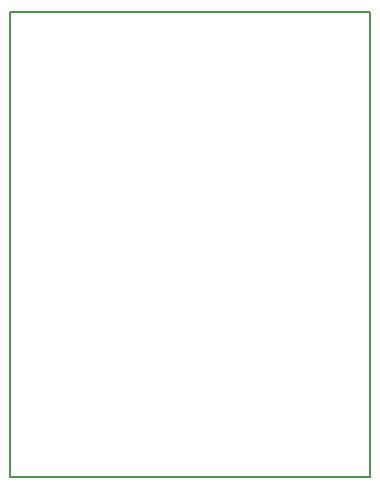
<source format=gbr>
G04 DipTrace 2.4.0.2*
%INBoardOutline.gbr*%
%MOIN*%
%ADD11C,0.006*%
%FSLAX44Y44*%
G04*
G70*
G90*
G75*
G01*
%LNBoardOutline*%
%LPD*%
X3940Y19440D2*
D11*
X15940D1*
Y3940D1*
X3940D1*
Y19440D1*
M02*

</source>
